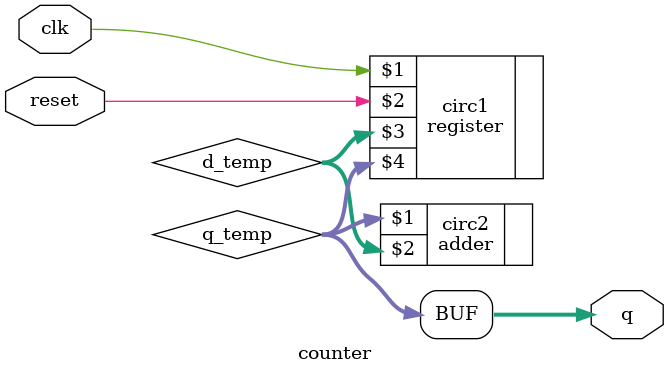
<source format=v>
module counter (
    input wire clk,
    input wire reset,
    output wire [6:0] q
);

wire [6:0] q_temp,d_temp;
register circ1(clk,reset,d_temp,q_temp);
adder circ2(q_temp,d_temp);

assign q = q_temp;
    
endmodule
</source>
